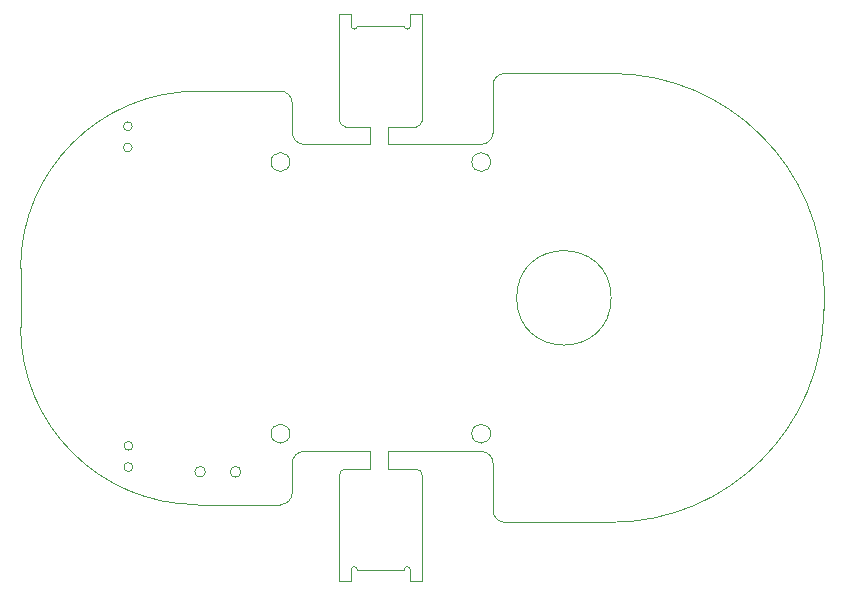
<source format=gbr>
%TF.GenerationSoftware,KiCad,Pcbnew,8.0.4-8.0.4-0~ubuntu22.04.1*%
%TF.CreationDate,2025-02-28T00:25:37+09:00*%
%TF.ProjectId,main,6d61696e-2e6b-4696-9361-645f70636258,rev?*%
%TF.SameCoordinates,Original*%
%TF.FileFunction,Profile,NP*%
%FSLAX46Y46*%
G04 Gerber Fmt 4.6, Leading zero omitted, Abs format (unit mm)*
G04 Created by KiCad (PCBNEW 8.0.4-8.0.4-0~ubuntu22.04.1) date 2025-02-28 00:25:37*
%MOMM*%
%LPD*%
G01*
G04 APERTURE LIST*
%TA.AperFunction,Profile*%
%ADD10C,0.080000*%
%TD*%
%TA.AperFunction,Profile*%
%ADD11C,0.120000*%
%TD*%
G04 APERTURE END LIST*
D10*
X164674999Y-120425000D02*
X164674999Y-121425000D01*
X159675000Y-73424999D02*
X158675000Y-73424999D01*
X162762965Y-110424998D02*
X170674998Y-110424999D01*
X162762965Y-111924999D02*
X162762965Y-110424998D01*
X155674999Y-110424999D02*
X161262965Y-110424999D01*
X165675000Y-82425000D02*
G75*
G02*
X165174999Y-82925000I-500000J0D01*
G01*
X165175000Y-111925000D02*
X162762965Y-111924999D01*
X146674999Y-114925000D02*
X153675000Y-114924999D01*
X159175001Y-82924999D02*
G75*
G02*
X158675001Y-82424999I-1J499999D01*
G01*
X165675000Y-73425000D02*
X164674999Y-73424999D01*
X158675000Y-121425000D02*
X159674999Y-121424999D01*
X199675000Y-98425000D02*
X199675000Y-96424999D01*
X172675000Y-116425000D02*
G75*
G02*
X171675000Y-115425000I0J1000000D01*
G01*
X170674998Y-110424999D02*
G75*
G02*
X171675001Y-111425000I2J-1000001D01*
G01*
X181675000Y-78424999D02*
X172674998Y-78424999D01*
X160174999Y-120425000D02*
X164175001Y-120424998D01*
X154675000Y-113924998D02*
G75*
G02*
X153675000Y-114925000I-1000000J-2D01*
G01*
X171674999Y-79424999D02*
X171674999Y-83425000D01*
X154675001Y-83425002D02*
X154675000Y-80925001D01*
X181675000Y-78424999D02*
G75*
G02*
X199675001Y-96424999I0J-18000001D01*
G01*
X164175001Y-120425000D02*
G75*
G02*
X164674999Y-120425000I249999J2D01*
G01*
X164674999Y-121425000D02*
X165675000Y-121424999D01*
X155674998Y-84424999D02*
G75*
G02*
X154675001Y-83425002I2J999999D01*
G01*
X162762964Y-84425000D02*
X162762964Y-82924999D01*
X159175001Y-82924999D02*
X161262965Y-82925000D01*
X158675000Y-112424999D02*
X158675000Y-121425000D01*
X164175001Y-74425000D02*
X160174999Y-74425000D01*
X131674998Y-94925000D02*
G75*
G02*
X146674999Y-79924998I15000002J0D01*
G01*
X171475001Y-85925000D02*
G75*
G02*
X169875001Y-85925000I-800000J0D01*
G01*
X169875001Y-85925000D02*
G75*
G02*
X171475001Y-85925000I800000J0D01*
G01*
X171674999Y-111425000D02*
X171674999Y-115425000D01*
X164674999Y-74425000D02*
G75*
G02*
X164175001Y-74425000I-249999J-1D01*
G01*
X170675001Y-84425000D02*
X162762964Y-84425000D01*
X154674998Y-111425000D02*
G75*
G02*
X155674999Y-110424998I1000002J0D01*
G01*
X159674999Y-121424999D02*
X159674999Y-120425000D01*
X171475001Y-108925000D02*
G75*
G02*
X169875001Y-108925000I-800000J0D01*
G01*
X169875001Y-108925000D02*
G75*
G02*
X171475001Y-108925000I800000J0D01*
G01*
X161262965Y-82925000D02*
X161262965Y-84425000D01*
X154675000Y-113924998D02*
X154674998Y-111425000D01*
X172675000Y-116425000D02*
X181675000Y-116425000D01*
X165675000Y-82425000D02*
X165675000Y-73425000D01*
X146674999Y-114925000D02*
G75*
G02*
X131675000Y-99925000I1J15000000D01*
G01*
X153675001Y-79924999D02*
G75*
G02*
X154675001Y-80925001I-1J-1000001D01*
G01*
X161262965Y-110424999D02*
X161262965Y-111924999D01*
X154475000Y-85925000D02*
G75*
G02*
X152875000Y-85925000I-800000J0D01*
G01*
X152875000Y-85925000D02*
G75*
G02*
X154475000Y-85925000I800000J0D01*
G01*
X165675000Y-121424999D02*
X165675000Y-112424999D01*
X199675000Y-98425000D02*
G75*
G02*
X181675000Y-116425000I-18000000J0D01*
G01*
X158675000Y-73424999D02*
X158675000Y-82424999D01*
X161262965Y-111924999D02*
X159175000Y-111925000D01*
X165175000Y-111925000D02*
G75*
G02*
X165675000Y-112424999I0J-500000D01*
G01*
X171674999Y-79424999D02*
G75*
G02*
X172674998Y-78424999I1000001J-1D01*
G01*
X131674998Y-94925000D02*
X131674998Y-99925000D01*
X162762964Y-82924999D02*
X165174999Y-82924999D01*
X154475000Y-108925000D02*
G75*
G02*
X152875000Y-108925000I-800000J0D01*
G01*
X152875000Y-108925000D02*
G75*
G02*
X154475000Y-108925000I800000J0D01*
G01*
X153675001Y-79924999D02*
X146674999Y-79924999D01*
X160174999Y-74425000D02*
G75*
G02*
X159674999Y-74425000I-250000J1D01*
G01*
X164674999Y-73424999D02*
X164674999Y-74425000D01*
X181674998Y-97425000D02*
G75*
G02*
X173674998Y-97425000I-4000000J0D01*
G01*
X173674998Y-97425000D02*
G75*
G02*
X181674998Y-97425000I4000000J0D01*
G01*
X159674999Y-74425000D02*
X159675000Y-73424999D01*
X159674999Y-120425000D02*
G75*
G02*
X160174999Y-120425000I250000J1D01*
G01*
X171674999Y-83425000D02*
G75*
G02*
X170675001Y-84424999I-999999J0D01*
G01*
X158675000Y-112424999D02*
G75*
G02*
X159175000Y-111925000I500000J-1D01*
G01*
X161262965Y-84425000D02*
X155674998Y-84424999D01*
D11*
%TO.C,SW1*%
X141125000Y-84700000D02*
G75*
G02*
X140375000Y-84700000I-375000J0D01*
G01*
X140375000Y-84700000D02*
G75*
G02*
X141125000Y-84700000I375000J0D01*
G01*
X141125000Y-82900000D02*
G75*
G02*
X140375000Y-82900000I-375000J0D01*
G01*
X140375000Y-82900000D02*
G75*
G02*
X141125000Y-82900000I375000J0D01*
G01*
%TO.C,SW2*%
X150325000Y-112152200D02*
G75*
G02*
X149425000Y-112152200I-450000J0D01*
G01*
X149425000Y-112152200D02*
G75*
G02*
X150325000Y-112152200I450000J0D01*
G01*
X147325000Y-112152200D02*
G75*
G02*
X146425000Y-112152200I-450000J0D01*
G01*
X146425000Y-112152200D02*
G75*
G02*
X147325000Y-112152200I450000J0D01*
G01*
%TO.C,SW3*%
X141175000Y-111750000D02*
G75*
G02*
X140425000Y-111750000I-375000J0D01*
G01*
X140425000Y-111750000D02*
G75*
G02*
X141175000Y-111750000I375000J0D01*
G01*
X141175000Y-109950000D02*
G75*
G02*
X140425000Y-109950000I-375000J0D01*
G01*
X140425000Y-109950000D02*
G75*
G02*
X141175000Y-109950000I375000J0D01*
G01*
%TD*%
M02*

</source>
